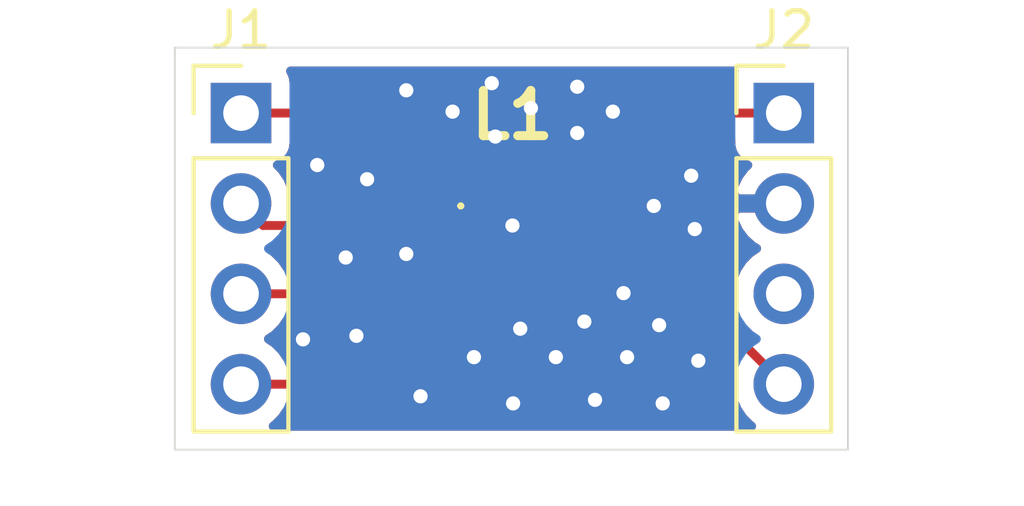
<source format=kicad_pcb>
(kicad_pcb (version 20171130) (host pcbnew "(5.1.9)-1")

  (general
    (thickness 1.6)
    (drawings 5)
    (tracks 53)
    (zones 0)
    (modules 3)
    (nets 8)
  )

  (page A4)
  (layers
    (0 F.Cu signal)
    (31 B.Cu signal)
    (32 B.Adhes user)
    (33 F.Adhes user)
    (34 B.Paste user)
    (35 F.Paste user)
    (36 B.SilkS user)
    (37 F.SilkS user)
    (38 B.Mask user)
    (39 F.Mask user hide)
    (40 Dwgs.User user)
    (41 Cmts.User user)
    (42 Eco1.User user)
    (43 Eco2.User user)
    (44 Edge.Cuts user)
    (45 Margin user)
    (46 B.CrtYd user)
    (47 F.CrtYd user)
    (48 B.Fab user)
    (49 F.Fab user)
  )

  (setup
    (last_trace_width 0.25)
    (trace_clearance 0.1)
    (zone_clearance 0.508)
    (zone_45_only no)
    (trace_min 0.2)
    (via_size 0.8)
    (via_drill 0.4)
    (via_min_size 0.4)
    (via_min_drill 0.3)
    (uvia_size 0.3)
    (uvia_drill 0.1)
    (uvias_allowed no)
    (uvia_min_size 0.2)
    (uvia_min_drill 0.1)
    (edge_width 0.05)
    (segment_width 0.2)
    (pcb_text_width 0.3)
    (pcb_text_size 1.5 1.5)
    (mod_edge_width 0.12)
    (mod_text_size 1 1)
    (mod_text_width 0.15)
    (pad_size 1.524 1.524)
    (pad_drill 0.762)
    (pad_to_mask_clearance 0)
    (aux_axis_origin 0 0)
    (visible_elements FFFFFF7F)
    (pcbplotparams
      (layerselection 0x010fc_ffffffff)
      (usegerberextensions false)
      (usegerberattributes true)
      (usegerberadvancedattributes true)
      (creategerberjobfile true)
      (excludeedgelayer true)
      (linewidth 0.100000)
      (plotframeref false)
      (viasonmask false)
      (mode 1)
      (useauxorigin false)
      (hpglpennumber 1)
      (hpglpenspeed 20)
      (hpglpendiameter 15.000000)
      (psnegative false)
      (psa4output false)
      (plotreference true)
      (plotvalue true)
      (plotinvisibletext false)
      (padsonsilk false)
      (subtractmaskfromsilk false)
      (outputformat 1)
      (mirror false)
      (drillshape 1)
      (scaleselection 1)
      (outputdirectory ""))
  )

  (net 0 "")
  (net 1 8)
  (net 2 2)
  (net 3 1)
  (net 4 4)
  (net 5 7)
  (net 6 VDD)
  (net 7 GND)

  (net_class Default "This is the default net class."
    (clearance 0.1)
    (trace_width 0.25)
    (via_dia 0.8)
    (via_drill 0.4)
    (uvia_dia 0.3)
    (uvia_drill 0.1)
    (add_net 1)
    (add_net 2)
    (add_net 4)
    (add_net 7)
    (add_net 8)
    (add_net GND)
    (add_net VDD)
  )

  (module SamacSys_Parts:XCL101C331ERG (layer F.Cu) (tedit 6132C443) (tstamp 613348FC)
    (at 144.78 81.9 270)
    (descr CL-2025-02_ffw)
    (tags Inductor)
    (path /61333D40)
    (attr smd)
    (fp_text reference L1 (at -3.1 0 180) (layer F.SilkS)
      (effects (font (size 1.27 1.27) (thickness 0.254)))
    )
    (fp_text value XCL101C331ER-G (at 0 0 90) (layer F.SilkS) hide
      (effects (font (size 1.27 1.27) (thickness 0.254)))
    )
    (fp_arc (start -0.55 1.45) (end -0.55 1.5) (angle -180) (layer F.SilkS) (width 0.1))
    (fp_arc (start -0.55 1.45) (end -0.55 1.4) (angle -180) (layer F.SilkS) (width 0.1))
    (fp_line (start -0.55 1.5) (end -0.55 1.5) (layer F.SilkS) (width 0.1))
    (fp_line (start -0.55 1.4) (end -0.55 1.4) (layer F.SilkS) (width 0.1))
    (fp_line (start -2.225 1.925) (end -2.225 -1.925) (layer Dwgs.User) (width 0.1))
    (fp_line (start 2.225 1.925) (end -2.225 1.925) (layer Dwgs.User) (width 0.1))
    (fp_line (start 2.225 -1.925) (end 2.225 1.925) (layer Dwgs.User) (width 0.1))
    (fp_line (start -2.225 -1.925) (end 2.225 -1.925) (layer Dwgs.User) (width 0.1))
    (fp_line (start -1.25 0.999) (end -1.25 -1.001) (layer Dwgs.User) (width 0.2))
    (fp_line (start 1.25 0.999) (end -1.25 0.999) (layer Dwgs.User) (width 0.2))
    (fp_line (start 1.25 -1.001) (end 1.25 0.999) (layer Dwgs.User) (width 0.2))
    (fp_line (start -1.25 -1.001) (end 1.25 -1.001) (layer Dwgs.User) (width 0.2))
    (pad 9 smd rect (at 0 -0.001) (size 1.1 1.5) (layers F.Cu F.Paste F.Mask)
      (net 7 GND))
    (pad 8 smd rect (at 1.25 -0.001 270) (size 0.35 2.1) (layers F.Cu F.Paste F.Mask)
      (net 1 8))
    (pad 7 smd rect (at -1.25 -0.001 270) (size 0.35 2.1) (layers F.Cu F.Paste F.Mask)
      (net 5 7))
    (pad 6 smd rect (at -0.55 -0.938 270) (size 0.35 0.375) (layers F.Cu F.Paste F.Mask)
      (net 7 GND))
    (pad 5 smd rect (at 0 -0.938 270) (size 0.35 0.375) (layers F.Cu F.Paste F.Mask))
    (pad 4 smd rect (at 0.55 -0.938 270) (size 0.35 0.375) (layers F.Cu F.Paste F.Mask)
      (net 4 4))
    (pad 3 smd rect (at 0.55 0.937 270) (size 0.35 0.375) (layers F.Cu F.Paste F.Mask)
      (net 6 VDD))
    (pad 2 smd rect (at 0 0.937 270) (size 0.35 0.375) (layers F.Cu F.Paste F.Mask)
      (net 2 2))
    (pad 1 smd rect (at -0.55 0.937 270) (size 0.35 0.375) (layers F.Cu F.Paste F.Mask)
      (net 3 1))
  )

  (module Connector_PinHeader_2.54mm:PinHeader_1x04_P2.54mm_Vertical (layer F.Cu) (tedit 59FED5CC) (tstamp 613337B9)
    (at 152.4 78.74)
    (descr "Through hole straight pin header, 1x04, 2.54mm pitch, single row")
    (tags "Through hole pin header THT 1x04 2.54mm single row")
    (path /61334CEF)
    (fp_text reference J2 (at 0 -2.33) (layer F.SilkS)
      (effects (font (size 1 1) (thickness 0.15)))
    )
    (fp_text value Conn_01x04_Male (at 0 9.95) (layer F.Fab)
      (effects (font (size 1 1) (thickness 0.15)))
    )
    (fp_text user %R (at 0 3.81 90) (layer F.Fab)
      (effects (font (size 1 1) (thickness 0.15)))
    )
    (fp_line (start -0.635 -1.27) (end 1.27 -1.27) (layer F.Fab) (width 0.1))
    (fp_line (start 1.27 -1.27) (end 1.27 8.89) (layer F.Fab) (width 0.1))
    (fp_line (start 1.27 8.89) (end -1.27 8.89) (layer F.Fab) (width 0.1))
    (fp_line (start -1.27 8.89) (end -1.27 -0.635) (layer F.Fab) (width 0.1))
    (fp_line (start -1.27 -0.635) (end -0.635 -1.27) (layer F.Fab) (width 0.1))
    (fp_line (start -1.33 8.95) (end 1.33 8.95) (layer F.SilkS) (width 0.12))
    (fp_line (start -1.33 1.27) (end -1.33 8.95) (layer F.SilkS) (width 0.12))
    (fp_line (start 1.33 1.27) (end 1.33 8.95) (layer F.SilkS) (width 0.12))
    (fp_line (start -1.33 1.27) (end 1.33 1.27) (layer F.SilkS) (width 0.12))
    (fp_line (start -1.33 0) (end -1.33 -1.33) (layer F.SilkS) (width 0.12))
    (fp_line (start -1.33 -1.33) (end 0 -1.33) (layer F.SilkS) (width 0.12))
    (fp_line (start -1.8 -1.8) (end -1.8 9.4) (layer F.CrtYd) (width 0.05))
    (fp_line (start -1.8 9.4) (end 1.8 9.4) (layer F.CrtYd) (width 0.05))
    (fp_line (start 1.8 9.4) (end 1.8 -1.8) (layer F.CrtYd) (width 0.05))
    (fp_line (start 1.8 -1.8) (end -1.8 -1.8) (layer F.CrtYd) (width 0.05))
    (pad 4 thru_hole oval (at 0 7.62) (size 1.7 1.7) (drill 1) (layers *.Cu *.Mask)
      (net 4 4))
    (pad 3 thru_hole oval (at 0 5.08) (size 1.7 1.7) (drill 1) (layers *.Cu *.Mask))
    (pad 2 thru_hole oval (at 0 2.54) (size 1.7 1.7) (drill 1) (layers *.Cu *.Mask)
      (net 7 GND))
    (pad 1 thru_hole rect (at 0 0) (size 1.7 1.7) (drill 1) (layers *.Cu *.Mask)
      (net 5 7))
    (model ${KISYS3DMOD}/Connector_PinHeader_2.54mm.3dshapes/PinHeader_1x04_P2.54mm_Vertical.wrl
      (at (xyz 0 0 0))
      (scale (xyz 1 1 1))
      (rotate (xyz 0 0 0))
    )
  )

  (module Connector_PinHeader_2.54mm:PinHeader_1x04_P2.54mm_Vertical (layer F.Cu) (tedit 59FED5CC) (tstamp 613333AD)
    (at 137.16 78.74)
    (descr "Through hole straight pin header, 1x04, 2.54mm pitch, single row")
    (tags "Through hole pin header THT 1x04 2.54mm single row")
    (path /6133728B)
    (fp_text reference J1 (at 0 -2.33) (layer F.SilkS)
      (effects (font (size 1 1) (thickness 0.15)))
    )
    (fp_text value Conn_01x04_Male (at 0 9.95) (layer F.Fab)
      (effects (font (size 1 1) (thickness 0.15)))
    )
    (fp_text user %R (at 0 3.81 90) (layer F.Fab)
      (effects (font (size 1 1) (thickness 0.15)))
    )
    (fp_line (start -0.635 -1.27) (end 1.27 -1.27) (layer F.Fab) (width 0.1))
    (fp_line (start 1.27 -1.27) (end 1.27 8.89) (layer F.Fab) (width 0.1))
    (fp_line (start 1.27 8.89) (end -1.27 8.89) (layer F.Fab) (width 0.1))
    (fp_line (start -1.27 8.89) (end -1.27 -0.635) (layer F.Fab) (width 0.1))
    (fp_line (start -1.27 -0.635) (end -0.635 -1.27) (layer F.Fab) (width 0.1))
    (fp_line (start -1.33 8.95) (end 1.33 8.95) (layer F.SilkS) (width 0.12))
    (fp_line (start -1.33 1.27) (end -1.33 8.95) (layer F.SilkS) (width 0.12))
    (fp_line (start 1.33 1.27) (end 1.33 8.95) (layer F.SilkS) (width 0.12))
    (fp_line (start -1.33 1.27) (end 1.33 1.27) (layer F.SilkS) (width 0.12))
    (fp_line (start -1.33 0) (end -1.33 -1.33) (layer F.SilkS) (width 0.12))
    (fp_line (start -1.33 -1.33) (end 0 -1.33) (layer F.SilkS) (width 0.12))
    (fp_line (start -1.8 -1.8) (end -1.8 9.4) (layer F.CrtYd) (width 0.05))
    (fp_line (start -1.8 9.4) (end 1.8 9.4) (layer F.CrtYd) (width 0.05))
    (fp_line (start 1.8 9.4) (end 1.8 -1.8) (layer F.CrtYd) (width 0.05))
    (fp_line (start 1.8 -1.8) (end -1.8 -1.8) (layer F.CrtYd) (width 0.05))
    (pad 4 thru_hole oval (at 0 7.62) (size 1.7 1.7) (drill 1) (layers *.Cu *.Mask)
      (net 1 8))
    (pad 3 thru_hole oval (at 0 5.08) (size 1.7 1.7) (drill 1) (layers *.Cu *.Mask)
      (net 6 VDD))
    (pad 2 thru_hole oval (at 0 2.54) (size 1.7 1.7) (drill 1) (layers *.Cu *.Mask)
      (net 2 2))
    (pad 1 thru_hole rect (at 0 0) (size 1.7 1.7) (drill 1) (layers *.Cu *.Mask)
      (net 3 1))
    (model ${KISYS3DMOD}/Connector_PinHeader_2.54mm.3dshapes/PinHeader_1x04_P2.54mm_Vertical.wrl
      (at (xyz 0 0 0))
      (scale (xyz 1 1 1))
      (rotate (xyz 0 0 0))
    )
  )

  (gr_text "XCL101 DCDC" (at 144.4 81.6) (layer B.Paste)
    (effects (font (size 1 1) (thickness 0.15)) (justify mirror))
  )
  (gr_line (start 135.3 88.2) (end 135.3 76.9) (layer Edge.Cuts) (width 0.05) (tstamp 613338AA))
  (gr_line (start 154.2 88.2) (end 135.3 88.2) (layer Edge.Cuts) (width 0.05))
  (gr_line (start 154.2 76.9) (end 154.2 88.2) (layer Edge.Cuts) (width 0.05))
  (gr_line (start 135.3 76.9) (end 154.2 76.9) (layer Edge.Cuts) (width 0.05))

  (segment (start 144.781 83.15) (end 144.05 83.15) (width 0.25) (layer F.Cu) (net 1))
  (segment (start 140.84 86.36) (end 137.16 86.36) (width 0.25) (layer F.Cu) (net 1))
  (segment (start 144.05 83.15) (end 140.84 86.36) (width 0.25) (layer F.Cu) (net 1))
  (segment (start 142.0355 83.82) (end 137.16 83.82) (width 0.25) (layer F.Cu) (net 6))
  (segment (start 143.4055 82.45) (end 142.0355 83.82) (width 0.25) (layer F.Cu) (net 6))
  (segment (start 143.843 82.45) (end 143.4055 82.45) (width 0.25) (layer F.Cu) (net 6))
  (segment (start 137.78 81.9) (end 137.16 81.28) (width 0.25) (layer F.Cu) (net 2))
  (segment (start 143.843 81.9) (end 137.78 81.9) (width 0.25) (layer F.Cu) (net 2))
  (segment (start 140.7955 78.74) (end 137.16 78.74) (width 0.25) (layer F.Cu) (net 3))
  (segment (start 143.4055 81.35) (end 140.7955 78.74) (width 0.25) (layer F.Cu) (net 3))
  (segment (start 143.843 81.35) (end 143.4055 81.35) (width 0.25) (layer F.Cu) (net 3))
  (segment (start 148.49 82.45) (end 152.4 86.36) (width 0.25) (layer F.Cu) (net 4))
  (segment (start 145.718 82.45) (end 148.49 82.45) (width 0.25) (layer F.Cu) (net 4))
  (segment (start 145.331 81.35) (end 145.718 81.35) (width 0.25) (layer F.Cu) (net 7))
  (segment (start 144.781 81.9) (end 144.781 81.9) (width 0.25) (layer F.Cu) (net 7))
  (segment (start 152.33 81.35) (end 152.4 81.28) (width 0.25) (layer F.Cu) (net 7))
  (segment (start 145.718 81.35) (end 148.75 81.35) (width 0.25) (layer F.Cu) (net 7))
  (segment (start 144.781 80.65) (end 147.45 80.65) (width 0.25) (layer F.Cu) (net 5))
  (segment (start 149.36 78.74) (end 152.4 78.74) (width 0.25) (layer F.Cu) (net 5))
  (segment (start 147.45 80.65) (end 149.36 78.74) (width 0.25) (layer F.Cu) (net 5))
  (via (at 149.8 80.5) (size 0.8) (drill 0.4) (layers F.Cu B.Cu) (net 7))
  (via (at 149.9 82) (size 0.8) (drill 0.4) (layers F.Cu B.Cu) (net 7))
  (via (at 147.6 78.7) (size 0.8) (drill 0.4) (layers F.Cu B.Cu) (net 7))
  (via (at 143.1 78.7) (size 0.8) (drill 0.4) (layers F.Cu B.Cu) (net 7))
  (via (at 145.3 78.6) (size 0.8) (drill 0.4) (layers F.Cu B.Cu) (net 7))
  (via (at 143.7 85.6) (size 0.8) (drill 0.4) (layers F.Cu B.Cu) (net 7))
  (via (at 146 85.6) (size 0.8) (drill 0.4) (layers F.Cu B.Cu) (net 7))
  (via (at 148 85.6) (size 0.8) (drill 0.4) (layers F.Cu B.Cu) (net 7))
  (via (at 147.9 83.8) (size 0.8) (drill 0.4) (layers F.Cu B.Cu) (net 7))
  (via (at 150 85.7) (size 0.8) (drill 0.4) (layers F.Cu B.Cu) (net 7))
  (via (at 138.9 85.1) (size 0.8) (drill 0.4) (layers F.Cu B.Cu) (net 7))
  (via (at 140.1 82.8) (size 0.8) (drill 0.4) (layers F.Cu B.Cu) (net 7))
  (via (at 139.3 80.2) (size 0.8) (drill 0.4) (layers F.Cu B.Cu) (net 7))
  (via (at 141.8 78.1) (size 0.8) (drill 0.4) (layers F.Cu B.Cu) (net 7))
  (via (at 146.6 79.3) (size 0.8) (drill 0.4) (layers F.Cu B.Cu) (net 7))
  (via (at 146.6 78) (size 0.8) (drill 0.4) (layers F.Cu B.Cu) (net 7))
  (via (at 144.2 77.9) (size 0.8) (drill 0.4) (layers F.Cu B.Cu) (net 7))
  (segment (start 148.75 81.35) (end 152.33 81.35) (width 0.25) (layer F.Cu) (net 7) (tstamp 613342DD))
  (via (at 148.75 81.35) (size 0.8) (drill 0.4) (layers F.Cu B.Cu) (net 7))
  (segment (start 144.7905 81.8905) (end 145.331 81.35) (width 0.25) (layer F.Cu) (net 7) (tstamp 613342DF))
  (via (at 142.2 86.7) (size 0.8) (drill 0.4) (layers F.Cu B.Cu) (net 7))
  (via (at 144.8 86.9) (size 0.8) (drill 0.4) (layers F.Cu B.Cu) (net 7))
  (via (at 147.1 86.8) (size 0.8) (drill 0.4) (layers F.Cu B.Cu) (net 7))
  (via (at 149 86.9) (size 0.8) (drill 0.4) (layers F.Cu B.Cu) (net 7))
  (via (at 148.9 84.7) (size 0.8) (drill 0.4) (layers F.Cu B.Cu) (net 7))
  (via (at 145 84.8) (size 0.8) (drill 0.4) (layers F.Cu B.Cu) (net 7))
  (via (at 140.7 80.6) (size 0.8) (drill 0.4) (layers F.Cu B.Cu) (net 7))
  (via (at 141.8 82.7) (size 0.8) (drill 0.4) (layers F.Cu B.Cu) (net 7))
  (via (at 140.4 85) (size 0.8) (drill 0.4) (layers F.Cu B.Cu) (net 7))
  (via (at 146.8 84.6) (size 0.8) (drill 0.4) (layers F.Cu B.Cu) (net 7))
  (via (at 144.3 79.4) (size 0.8) (drill 0.4) (layers F.Cu B.Cu) (net 7))
  (segment (start 144.781 81.9) (end 144.7905 81.8905) (width 0.25) (layer F.Cu) (net 7) (tstamp 613347B5))
  (via (at 144.781 81.9) (size 0.8) (drill 0.4) (layers F.Cu B.Cu) (net 7))

  (zone (net 7) (net_name GND) (layer F.Cu) (tstamp 0) (hatch edge 0.508)
    (connect_pads (clearance 0.508))
    (min_thickness 0.254)
    (fill yes (arc_segments 32) (thermal_gap 0.508) (thermal_bridge_width 0.508))
    (polygon
      (pts
        (xy 154.6 88.6) (xy 134.9 88.7) (xy 135 76.7) (xy 154.5 76.7)
      )
    )
    (filled_polygon
      (pts
        (xy 150.95879 85.993592) (xy 150.915 86.21374) (xy 150.915 86.50626) (xy 150.972068 86.793158) (xy 151.08401 87.063411)
        (xy 151.246525 87.306632) (xy 151.453368 87.513475) (xy 151.493065 87.54) (xy 138.066935 87.54) (xy 138.106632 87.513475)
        (xy 138.313475 87.306632) (xy 138.438178 87.12) (xy 140.802678 87.12) (xy 140.84 87.123676) (xy 140.877322 87.12)
        (xy 140.877333 87.12) (xy 140.988986 87.109003) (xy 141.132247 87.065546) (xy 141.264276 86.994974) (xy 141.380001 86.900001)
        (xy 141.403804 86.870997) (xy 144.31173 83.963072) (xy 145.831 83.963072) (xy 145.955482 83.950812) (xy 146.07518 83.914502)
        (xy 146.185494 83.855537) (xy 146.282185 83.776185) (xy 146.361537 83.679494) (xy 146.420502 83.56918) (xy 146.456812 83.449482)
        (xy 146.469072 83.325) (xy 146.469072 83.21) (xy 148.175199 83.21)
      )
    )
    (filled_polygon
      (pts
        (xy 140.525199 85.6) (xy 138.438178 85.6) (xy 138.313475 85.413368) (xy 138.106632 85.206525) (xy 137.93224 85.09)
        (xy 138.106632 84.973475) (xy 138.313475 84.766632) (xy 138.438178 84.58) (xy 141.545199 84.58)
      )
    )
    (filled_polygon
      (pts
        (xy 150.911928 79.59) (xy 150.924188 79.714482) (xy 150.960498 79.83418) (xy 151.019463 79.944494) (xy 151.098815 80.041185)
        (xy 151.195506 80.120537) (xy 151.30582 80.179502) (xy 151.386466 80.203966) (xy 151.302412 80.279731) (xy 151.128359 80.51308)
        (xy 151.003175 80.775901) (xy 150.958524 80.92311) (xy 151.079845 81.153) (xy 152.273 81.153) (xy 152.273 81.133)
        (xy 152.527 81.133) (xy 152.527 81.153) (xy 152.547 81.153) (xy 152.547 81.407) (xy 152.527 81.407)
        (xy 152.527 81.427) (xy 152.273 81.427) (xy 152.273 81.407) (xy 151.079845 81.407) (xy 150.958524 81.63689)
        (xy 151.003175 81.784099) (xy 151.128359 82.04692) (xy 151.302412 82.280269) (xy 151.518645 82.475178) (xy 151.635534 82.544805)
        (xy 151.453368 82.666525) (xy 151.246525 82.873368) (xy 151.08401 83.116589) (xy 150.972068 83.386842) (xy 150.915 83.67374)
        (xy 150.915 83.800199) (xy 149.053804 81.939003) (xy 149.030001 81.909999) (xy 148.914276 81.815026) (xy 148.782247 81.744454)
        (xy 148.638986 81.700997) (xy 148.527333 81.69) (xy 148.527322 81.69) (xy 148.49 81.686324) (xy 148.452678 81.69)
        (xy 146.540125 81.69) (xy 146.533104 81.618711) (xy 146.5405 81.55675) (xy 146.508253 81.524503) (xy 146.495002 81.48082)
        (xy 146.492961 81.477002) (xy 146.5405 81.477002) (xy 146.5405 81.41) (xy 147.412678 81.41) (xy 147.45 81.413676)
        (xy 147.487322 81.41) (xy 147.487333 81.41) (xy 147.598986 81.399003) (xy 147.742247 81.355546) (xy 147.874276 81.284974)
        (xy 147.990001 81.190001) (xy 148.013804 81.160997) (xy 149.674802 79.5) (xy 150.911928 79.5)
      )
    )
    (filled_polygon
      (pts
        (xy 141.720699 83.06) (xy 138.438178 83.06) (xy 138.313475 82.873368) (xy 138.106632 82.666525) (xy 138.096867 82.66)
        (xy 142.120699 82.66)
      )
    )
    (filled_polygon
      (pts
        (xy 144.892428 82.047) (xy 144.668572 82.047) (xy 144.668572 81.753) (xy 144.892428 81.753)
      )
    )
    (filled_polygon
      (pts
        (xy 142.120698 81.14) (xy 138.645 81.14) (xy 138.645 81.13374) (xy 138.587932 80.846842) (xy 138.47599 80.576589)
        (xy 138.313475 80.333368) (xy 138.18162 80.201513) (xy 138.25418 80.179502) (xy 138.364494 80.120537) (xy 138.461185 80.041185)
        (xy 138.540537 79.944494) (xy 138.599502 79.83418) (xy 138.635812 79.714482) (xy 138.648072 79.59) (xy 138.648072 79.5)
        (xy 140.480699 79.5)
      )
    )
    (filled_polygon
      (pts
        (xy 150.960498 77.64582) (xy 150.924188 77.765518) (xy 150.911928 77.89) (xy 150.911928 77.98) (xy 149.397323 77.98)
        (xy 149.36 77.976324) (xy 149.322677 77.98) (xy 149.322667 77.98) (xy 149.211014 77.990997) (xy 149.067753 78.034454)
        (xy 148.935723 78.105026) (xy 148.852083 78.173668) (xy 148.819999 78.199999) (xy 148.796201 78.228997) (xy 147.135199 79.89)
        (xy 146.083603 79.89) (xy 146.07518 79.885498) (xy 145.955482 79.849188) (xy 145.831 79.836928) (xy 143.731 79.836928)
        (xy 143.606518 79.849188) (xy 143.48682 79.885498) (xy 143.376506 79.944463) (xy 143.279815 80.023815) (xy 143.223156 80.092854)
        (xy 141.359304 78.229003) (xy 141.335501 78.199999) (xy 141.219776 78.105026) (xy 141.087747 78.034454) (xy 140.944486 77.990997)
        (xy 140.832833 77.98) (xy 140.832822 77.98) (xy 140.7955 77.976324) (xy 140.758178 77.98) (xy 138.648072 77.98)
        (xy 138.648072 77.89) (xy 138.635812 77.765518) (xy 138.599502 77.64582) (xy 138.55363 77.56) (xy 151.00637 77.56)
      )
    )
  )
  (zone (net 7) (net_name GND) (layer B.Cu) (tstamp 0) (hatch edge 0.508)
    (connect_pads (clearance 0.508))
    (min_thickness 0.254)
    (fill yes (arc_segments 32) (thermal_gap 0.508) (thermal_bridge_width 0.508))
    (polygon
      (pts
        (xy 155 75.9) (xy 155.3 89.8) (xy 133.9 89.5) (xy 134.3 75.8)
      )
    )
    (filled_polygon
      (pts
        (xy 150.960498 77.64582) (xy 150.924188 77.765518) (xy 150.911928 77.89) (xy 150.911928 79.59) (xy 150.924188 79.714482)
        (xy 150.960498 79.83418) (xy 151.019463 79.944494) (xy 151.098815 80.041185) (xy 151.195506 80.120537) (xy 151.30582 80.179502)
        (xy 151.386466 80.203966) (xy 151.302412 80.279731) (xy 151.128359 80.51308) (xy 151.003175 80.775901) (xy 150.958524 80.92311)
        (xy 151.079845 81.153) (xy 152.273 81.153) (xy 152.273 81.133) (xy 152.527 81.133) (xy 152.527 81.153)
        (xy 152.547 81.153) (xy 152.547 81.407) (xy 152.527 81.407) (xy 152.527 81.427) (xy 152.273 81.427)
        (xy 152.273 81.407) (xy 151.079845 81.407) (xy 150.958524 81.63689) (xy 151.003175 81.784099) (xy 151.128359 82.04692)
        (xy 151.302412 82.280269) (xy 151.518645 82.475178) (xy 151.635534 82.544805) (xy 151.453368 82.666525) (xy 151.246525 82.873368)
        (xy 151.08401 83.116589) (xy 150.972068 83.386842) (xy 150.915 83.67374) (xy 150.915 83.96626) (xy 150.972068 84.253158)
        (xy 151.08401 84.523411) (xy 151.246525 84.766632) (xy 151.453368 84.973475) (xy 151.62776 85.09) (xy 151.453368 85.206525)
        (xy 151.246525 85.413368) (xy 151.08401 85.656589) (xy 150.972068 85.926842) (xy 150.915 86.21374) (xy 150.915 86.50626)
        (xy 150.972068 86.793158) (xy 151.08401 87.063411) (xy 151.246525 87.306632) (xy 151.453368 87.513475) (xy 151.493065 87.54)
        (xy 138.066935 87.54) (xy 138.106632 87.513475) (xy 138.313475 87.306632) (xy 138.47599 87.063411) (xy 138.587932 86.793158)
        (xy 138.645 86.50626) (xy 138.645 86.21374) (xy 138.587932 85.926842) (xy 138.47599 85.656589) (xy 138.313475 85.413368)
        (xy 138.106632 85.206525) (xy 137.93224 85.09) (xy 138.106632 84.973475) (xy 138.313475 84.766632) (xy 138.47599 84.523411)
        (xy 138.587932 84.253158) (xy 138.645 83.96626) (xy 138.645 83.67374) (xy 138.587932 83.386842) (xy 138.47599 83.116589)
        (xy 138.313475 82.873368) (xy 138.106632 82.666525) (xy 137.93224 82.55) (xy 138.106632 82.433475) (xy 138.313475 82.226632)
        (xy 138.47599 81.983411) (xy 138.587932 81.713158) (xy 138.645 81.42626) (xy 138.645 81.13374) (xy 138.587932 80.846842)
        (xy 138.47599 80.576589) (xy 138.313475 80.333368) (xy 138.18162 80.201513) (xy 138.25418 80.179502) (xy 138.364494 80.120537)
        (xy 138.461185 80.041185) (xy 138.540537 79.944494) (xy 138.599502 79.83418) (xy 138.635812 79.714482) (xy 138.648072 79.59)
        (xy 138.648072 77.89) (xy 138.635812 77.765518) (xy 138.599502 77.64582) (xy 138.55363 77.56) (xy 151.00637 77.56)
      )
    )
  )
  (zone (net 7) (net_name GND) (layer F.Cu) (tstamp 0) (hatch edge 0.508)
    (connect_pads (clearance 0.508))
    (min_thickness 0.254)
    (fill yes (arc_segments 32) (thermal_gap 0.508) (thermal_bridge_width 0.508))
    (polygon
      (pts
        (xy 154.8 89.1) (xy 134.5 89) (xy 135 76.6) (xy 154.7 76.5)
      )
    )
    (filled_polygon
      (pts
        (xy 150.95879 85.993592) (xy 150.915 86.21374) (xy 150.915 86.50626) (xy 150.972068 86.793158) (xy 151.08401 87.063411)
        (xy 151.246525 87.306632) (xy 151.453368 87.513475) (xy 151.493065 87.54) (xy 138.066935 87.54) (xy 138.106632 87.513475)
        (xy 138.313475 87.306632) (xy 138.438178 87.12) (xy 140.802678 87.12) (xy 140.84 87.123676) (xy 140.877322 87.12)
        (xy 140.877333 87.12) (xy 140.988986 87.109003) (xy 141.132247 87.065546) (xy 141.264276 86.994974) (xy 141.380001 86.900001)
        (xy 141.403804 86.870997) (xy 144.31173 83.963072) (xy 145.831 83.963072) (xy 145.955482 83.950812) (xy 146.07518 83.914502)
        (xy 146.185494 83.855537) (xy 146.282185 83.776185) (xy 146.361537 83.679494) (xy 146.420502 83.56918) (xy 146.456812 83.449482)
        (xy 146.469072 83.325) (xy 146.469072 83.21) (xy 148.175199 83.21)
      )
    )
    (filled_polygon
      (pts
        (xy 140.525199 85.6) (xy 138.438178 85.6) (xy 138.313475 85.413368) (xy 138.106632 85.206525) (xy 137.93224 85.09)
        (xy 138.106632 84.973475) (xy 138.313475 84.766632) (xy 138.438178 84.58) (xy 141.545199 84.58)
      )
    )
    (filled_polygon
      (pts
        (xy 150.911928 79.59) (xy 150.924188 79.714482) (xy 150.960498 79.83418) (xy 151.019463 79.944494) (xy 151.098815 80.041185)
        (xy 151.195506 80.120537) (xy 151.30582 80.179502) (xy 151.386466 80.203966) (xy 151.302412 80.279731) (xy 151.128359 80.51308)
        (xy 151.003175 80.775901) (xy 150.958524 80.92311) (xy 151.079845 81.153) (xy 152.273 81.153) (xy 152.273 81.133)
        (xy 152.527 81.133) (xy 152.527 81.153) (xy 152.547 81.153) (xy 152.547 81.407) (xy 152.527 81.407)
        (xy 152.527 81.427) (xy 152.273 81.427) (xy 152.273 81.407) (xy 151.079845 81.407) (xy 150.958524 81.63689)
        (xy 151.003175 81.784099) (xy 151.128359 82.04692) (xy 151.302412 82.280269) (xy 151.518645 82.475178) (xy 151.635534 82.544805)
        (xy 151.453368 82.666525) (xy 151.246525 82.873368) (xy 151.08401 83.116589) (xy 150.972068 83.386842) (xy 150.915 83.67374)
        (xy 150.915 83.800199) (xy 149.053804 81.939003) (xy 149.030001 81.909999) (xy 148.914276 81.815026) (xy 148.782247 81.744454)
        (xy 148.638986 81.700997) (xy 148.527333 81.69) (xy 148.527322 81.69) (xy 148.49 81.686324) (xy 148.452678 81.69)
        (xy 146.540125 81.69) (xy 146.533104 81.618711) (xy 146.5405 81.55675) (xy 146.508253 81.524503) (xy 146.495002 81.48082)
        (xy 146.492961 81.477002) (xy 146.5405 81.477002) (xy 146.5405 81.41) (xy 147.412678 81.41) (xy 147.45 81.413676)
        (xy 147.487322 81.41) (xy 147.487333 81.41) (xy 147.598986 81.399003) (xy 147.742247 81.355546) (xy 147.874276 81.284974)
        (xy 147.990001 81.190001) (xy 148.013804 81.160997) (xy 149.674802 79.5) (xy 150.911928 79.5)
      )
    )
    (filled_polygon
      (pts
        (xy 141.720699 83.06) (xy 138.438178 83.06) (xy 138.313475 82.873368) (xy 138.106632 82.666525) (xy 138.096867 82.66)
        (xy 142.120699 82.66)
      )
    )
    (filled_polygon
      (pts
        (xy 144.892428 82.047) (xy 144.668572 82.047) (xy 144.668572 81.753) (xy 144.892428 81.753)
      )
    )
    (filled_polygon
      (pts
        (xy 142.120698 81.14) (xy 138.645 81.14) (xy 138.645 81.13374) (xy 138.587932 80.846842) (xy 138.47599 80.576589)
        (xy 138.313475 80.333368) (xy 138.18162 80.201513) (xy 138.25418 80.179502) (xy 138.364494 80.120537) (xy 138.461185 80.041185)
        (xy 138.540537 79.944494) (xy 138.599502 79.83418) (xy 138.635812 79.714482) (xy 138.648072 79.59) (xy 138.648072 79.5)
        (xy 140.480699 79.5)
      )
    )
    (filled_polygon
      (pts
        (xy 150.960498 77.64582) (xy 150.924188 77.765518) (xy 150.911928 77.89) (xy 150.911928 77.98) (xy 149.397323 77.98)
        (xy 149.36 77.976324) (xy 149.322677 77.98) (xy 149.322667 77.98) (xy 149.211014 77.990997) (xy 149.067753 78.034454)
        (xy 148.935723 78.105026) (xy 148.852083 78.173668) (xy 148.819999 78.199999) (xy 148.796201 78.228997) (xy 147.135199 79.89)
        (xy 146.083603 79.89) (xy 146.07518 79.885498) (xy 145.955482 79.849188) (xy 145.831 79.836928) (xy 143.731 79.836928)
        (xy 143.606518 79.849188) (xy 143.48682 79.885498) (xy 143.376506 79.944463) (xy 143.279815 80.023815) (xy 143.223156 80.092854)
        (xy 141.359304 78.229003) (xy 141.335501 78.199999) (xy 141.219776 78.105026) (xy 141.087747 78.034454) (xy 140.944486 77.990997)
        (xy 140.832833 77.98) (xy 140.832822 77.98) (xy 140.7955 77.976324) (xy 140.758178 77.98) (xy 138.648072 77.98)
        (xy 138.648072 77.89) (xy 138.635812 77.765518) (xy 138.599502 77.64582) (xy 138.55363 77.56) (xy 151.00637 77.56)
      )
    )
  )
)

</source>
